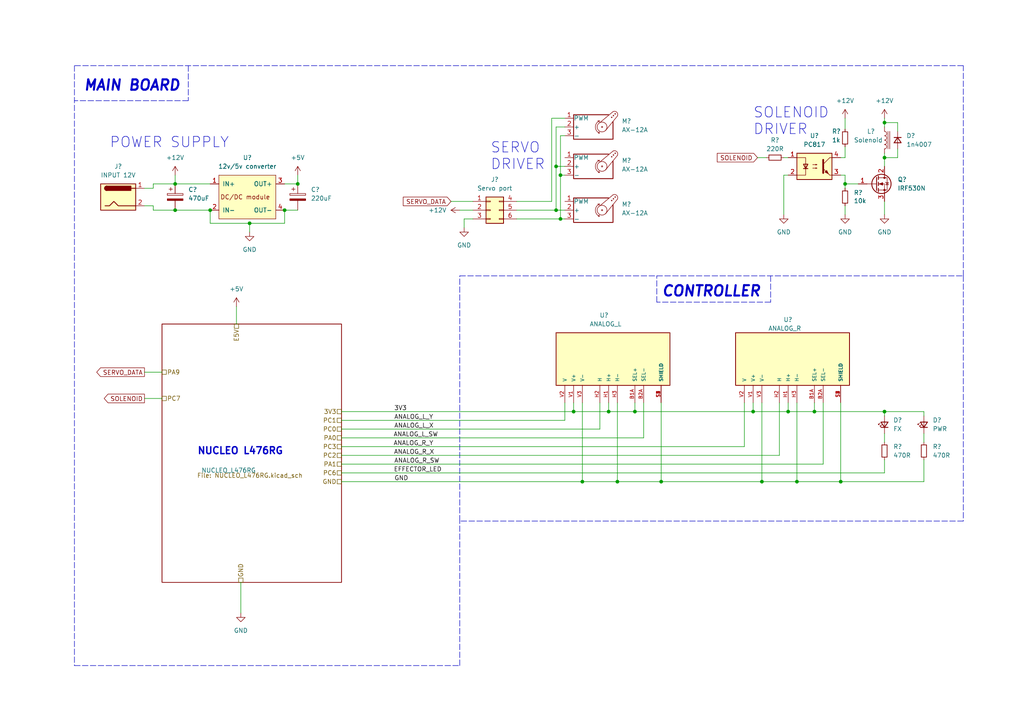
<source format=kicad_sch>
(kicad_sch (version 20211123) (generator eeschema)
  (paper "A4")
  (lib_symbols
    (symbol "ANALOG:COM-09032" (pin_names (offset 1.016))
      (property "Reference" "U" (at -7.62 16.002 0))
      (property "Value" "COM-09032" (at -7.62 -20.32 0))
      (symbol "COM-09032_0_0"
        (rectangle (start -7.62 -17.78) (end 7.62 15.24) (stroke (width 0.254)) (fill (type background)))
        (pin passive line (at -12.7 -7.62 0) (length 5.08) (name "SEL+") (number "B1A"))
        (pin passive line (at -12.7 -10.16 0) (length 5.08) (name "SEL-") (number "B2A"))
        (pin passive line (at -12.7 0 0) (length 5.08) (name "H+") (number "H1"))
        (pin passive line (at -12.7 2.54 0) (length 5.08) (name "H") (number "H2"))
        (pin passive line (at -12.7 -2.54 0) (length 5.08) (name "H-") (number "H3"))
        (pin passive line (at -12.7 -15.24 0) (length 5.08) (name "SHIELD") (number "S1"))
        (pin passive line (at -12.7 -15.24 0) (length 5.08) (name "SHIELD") (number "S2"))
        (pin passive line (at -12.7 -15.24 0) (length 5.08) (name "SHIELD") (number "S3"))
        (pin passive line (at -12.7 -15.24 0) (length 5.08) (name "SHIELD") (number "S4"))
        (pin passive line (at -12.7 10.16 0) (length 5.08) (name "V+") (number "V1"))
        (pin passive line (at -12.7 12.7 0) (length 5.08) (name "V") (number "V2"))
        (pin passive line (at -12.7 7.62 0) (length 5.08) (name "V-") (number "V3"))
      )
    )
    (symbol "Connector:Jack-DC" (pin_names (offset 1.016))
      (property "Reference" "J" (at 0 5.334 0))
      (property "Value" "Jack-DC" (at 0 -5.08 0))
      (symbol "Jack-DC_0_1"
        (rectangle (start -5.08 3.81) (end 5.08 -3.81) (stroke (width 0.254)) (fill (type background)))
        (arc (start -3.302 3.175) (mid -3.937 2.54) (end -3.302 1.905) (stroke (width 0.254)))
        (arc (start -3.302 3.175) (mid -3.937 2.54) (end -3.302 1.905) (stroke (width 0.254)) (fill (type outline)))
        (polyline (pts (xy 5.08 2.54) (xy 3.81 2.54)) (stroke (width 0.254)))
        (polyline (pts (xy -3.81 -2.54) (xy -2.54 -2.54) (xy -1.27 -1.27) (xy 0 -2.54) (xy 2.54 -2.54) (xy 5.08 -2.54)) (stroke (width 0.254)))
        (rectangle (start 3.683 3.175) (end -3.302 1.905) (stroke (width 0.254)) (fill (type outline)))
      )
      (symbol "Jack-DC_1_1"
        (pin passive line (at 7.62 2.54 180) (length 2.54) (name "~") (number "1"))
        (pin passive line (at 7.62 -2.54 180) (length 2.54) (name "~") (number "2"))
      )
    )
    (symbol "Connector_Generic:Conn_02x03_Top_Bottom" (pin_names (offset 1.016) hide)
      (property "Reference" "J" (at 1.27 5.08 0))
      (property "Value" "Conn_02x03_Top_Bottom" (at 1.27 -5.08 0))
      (symbol "Conn_02x03_Top_Bottom_1_1"
        (rectangle (start -1.27 -2.413) (end 0 -2.667) (stroke (width 0.1524)))
        (rectangle (start -1.27 0.127) (end 0 -0.127) (stroke (width 0.1524)))
        (rectangle (start -1.27 2.667) (end 0 2.413) (stroke (width 0.1524)))
        (rectangle (start -1.27 3.81) (end 3.81 -3.81) (stroke (width 0.254)) (fill (type background)))
        (rectangle (start 3.81 -2.413) (end 2.54 -2.667) (stroke (width 0.1524)))
        (rectangle (start 3.81 0.127) (end 2.54 -0.127) (stroke (width 0.1524)))
        (rectangle (start 3.81 2.667) (end 2.54 2.413) (stroke (width 0.1524)))
        (pin passive line (at -5.08 2.54 0) (length 3.81) (name "Pin_1") (number "1"))
        (pin passive line (at -5.08 0 0) (length 3.81) (name "Pin_2") (number "2"))
        (pin passive line (at -5.08 -2.54 0) (length 3.81) (name "Pin_3") (number "3"))
        (pin passive line (at 7.62 2.54 180) (length 3.81) (name "Pin_4") (number "4"))
        (pin passive line (at 7.62 0 180) (length 3.81) (name "Pin_5") (number "5"))
        (pin passive line (at 7.62 -2.54 180) (length 3.81) (name "Pin_6") (number "6"))
      )
    )
    (symbol "DC-DC:DC-DC_module" (pin_names (offset 1.016))
      (property "Reference" "U" (at -7.62 17.78 0))
      (property "Value" "DC-DC_module" (at -7.62 15.24 0))
      (symbol "DC-DC_module_0_0"
        (text "DC/DC module" (at -8.89 6.35 0) (effects (font (size 1.27 1.27))))
      )
      (symbol "DC-DC_module_0_1"
        (rectangle (start 0 0) (end -16.51 12.7) (fill (type background)))
      )
      (symbol "DC-DC_module_1_1"
        (pin input line (at -19.05 10.16 0) (length 2.54) (name "IN+") (number "1"))
        (pin input line (at -19.05 2.54 0) (length 2.54) (name "IN-") (number "2"))
        (pin input line (at 2.54 10.16 180) (length 2.54) (name "OUT+") (number "3"))
        (pin input line (at 2.54 2.54 180) (length 2.54) (name "OUT-") (number "4"))
      )
    )
    (symbol "Device:C_Polarized" (pin_numbers hide) (pin_names (offset 0.254))
      (property "Reference" "C" (at 0.635 2.54 0))
      (property "Value" "C_Polarized" (at 0.635 -2.54 0))
      (symbol "C_Polarized_0_1"
        (rectangle (start -2.286 0.508) (end 2.286 1.016))
        (polyline (pts (xy -1.778 2.286) (xy -0.762 2.286)))
        (polyline (pts (xy -1.27 2.794) (xy -1.27 1.778)))
        (rectangle (start 2.286 -0.508) (end -2.286 -1.016) (fill (type outline)))
      )
      (symbol "C_Polarized_1_1"
        (pin passive line (at 0 3.81 270) (length 2.794) (name "~") (number "1"))
        (pin passive line (at 0 -3.81 90) (length 2.794) (name "~") (number "2"))
      )
    )
    (symbol "Device:D_Small" (pin_numbers hide) (pin_names (offset 0.254) hide)
      (property "Reference" "D" (at -1.27 2.032 0))
      (property "Value" "D_Small" (at -3.81 -2.032 0))
      (symbol "D_Small_0_1"
        (polyline (pts (xy -0.762 -1.016) (xy -0.762 1.016)) (stroke (width 0.254)))
        (polyline (pts (xy -0.762 0) (xy 0.762 0)))
        (polyline (pts (xy 0.762 -1.016) (xy -0.762 0) (xy 0.762 1.016) (xy 0.762 -1.016)) (stroke (width 0.254)))
      )
      (symbol "D_Small_1_1"
        (pin passive line (at -2.54 0 0) (length 1.778) (name "K") (number "1"))
        (pin passive line (at 2.54 0 180) (length 1.778) (name "A") (number "2"))
      )
    )
    (symbol "Device:LED_Small" (pin_numbers hide) (pin_names (offset 0.254) hide)
      (property "Reference" "D" (at -1.27 3.175 0))
      (property "Value" "LED_Small" (at -4.445 -2.54 0))
      (symbol "LED_Small_0_1"
        (polyline (pts (xy -0.762 -1.016) (xy -0.762 1.016)) (stroke (width 0.254)))
        (polyline (pts (xy 1.016 0) (xy -0.762 0)))
        (polyline (pts (xy 0.762 -1.016) (xy -0.762 0) (xy 0.762 1.016) (xy 0.762 -1.016)) (stroke (width 0.254)))
        (polyline (pts (xy 0 0.762) (xy -0.508 1.27) (xy -0.254 1.27) (xy -0.508 1.27) (xy -0.508 1.016)))
        (polyline (pts (xy 0.508 1.27) (xy 0 1.778) (xy 0.254 1.778) (xy 0 1.778) (xy 0 1.524)))
      )
      (symbol "LED_Small_1_1"
        (pin passive line (at -2.54 0 0) (length 1.778) (name "K") (number "1"))
        (pin passive line (at 2.54 0 180) (length 1.778) (name "A") (number "2"))
      )
    )
    (symbol "Device:L_Iron" (pin_numbers hide) (pin_names (offset 1.016) hide)
      (property "Reference" "L" (at -1.27 0 90))
      (property "Value" "L_Iron" (at 2.794 0 90))
      (symbol "L_Iron_0_1"
        (arc (start 0 -2.54) (mid 0.635 -1.905) (end 0 -1.27))
        (arc (start 0 -1.27) (mid 0.635 -0.635) (end 0 0))
        (polyline (pts (xy 1.016 2.54) (xy 1.016 -2.54)))
        (polyline (pts (xy 1.524 -2.54) (xy 1.524 2.54)))
        (arc (start 0 0) (mid 0.635 0.635) (end 0 1.27))
        (arc (start 0 1.27) (mid 0.635 1.905) (end 0 2.54))
      )
      (symbol "L_Iron_1_1"
        (pin passive line (at 0 3.81 270) (length 1.27) (name "1") (number "1"))
        (pin passive line (at 0 -3.81 90) (length 1.27) (name "2") (number "2"))
      )
    )
    (symbol "Device:R_Small" (pin_numbers hide) (pin_names (offset 0.254) hide)
      (property "Reference" "R" (at 0.762 0.508 0))
      (property "Value" "R_Small" (at 0.762 -1.016 0))
      (symbol "R_Small_0_1"
        (rectangle (start -0.762 1.778) (end 0.762 -1.778) (stroke (width 0.2032)))
      )
      (symbol "R_Small_1_1"
        (pin passive line (at 0 2.54 270) (length 0.762) (name "~") (number "1"))
        (pin passive line (at 0 -2.54 90) (length 0.762) (name "~") (number "2"))
      )
    )
    (symbol "Isolator:PC817" (pin_names (offset 1.016))
      (property "Reference" "U" (at -5.08 5.08 0))
      (property "Value" "PC817" (at 0 5.08 0))
      (symbol "PC817_0_1"
        (rectangle (start -5.08 3.81) (end 5.08 -3.81) (stroke (width 0.254)) (fill (type background)))
        (polyline (pts (xy -3.175 -0.635) (xy -1.905 -0.635)) (stroke (width 0.254)))
        (polyline (pts (xy 2.54 0.635) (xy 4.445 2.54)))
        (polyline (pts (xy 4.445 -2.54) (xy 2.54 -0.635)) (fill (type outline)))
        (polyline (pts (xy 4.445 -2.54) (xy 5.08 -2.54)))
        (polyline (pts (xy 4.445 2.54) (xy 5.08 2.54)))
        (polyline (pts (xy -5.08 2.54) (xy -2.54 2.54) (xy -2.54 -0.635)))
        (polyline (pts (xy -2.54 -0.635) (xy -2.54 -2.54) (xy -5.08 -2.54)))
        (polyline (pts (xy 2.54 1.905) (xy 2.54 -1.905) (xy 2.54 -1.905)) (stroke (width 0.508)))
        (polyline (pts (xy -2.54 -0.635) (xy -3.175 0.635) (xy -1.905 0.635) (xy -2.54 -0.635)) (stroke (width 0.254)))
        (polyline (pts (xy -0.508 -0.508) (xy 0.762 -0.508) (xy 0.381 -0.635) (xy 0.381 -0.381) (xy 0.762 -0.508)))
        (polyline (pts (xy -0.508 0.508) (xy 0.762 0.508) (xy 0.381 0.381) (xy 0.381 0.635) (xy 0.762 0.508)))
        (polyline (pts (xy 3.048 -1.651) (xy 3.556 -1.143) (xy 4.064 -2.159) (xy 3.048 -1.651) (xy 3.048 -1.651)) (fill (type outline)))
      )
      (symbol "PC817_1_1"
        (pin passive line (at -7.62 2.54 0) (length 2.54) (name "~") (number "1"))
        (pin passive line (at -7.62 -2.54 0) (length 2.54) (name "~") (number "2"))
        (pin passive line (at 7.62 -2.54 180) (length 2.54) (name "~") (number "3"))
        (pin passive line (at 7.62 2.54 180) (length 2.54) (name "~") (number "4"))
      )
    )
    (symbol "Motor:Motor_Servo" (pin_names (offset 0.0254))
      (property "Reference" "M" (at -5.08 4.445 0))
      (property "Value" "Motor_Servo" (at -5.08 -4.064 0))
      (symbol "Motor_Servo_0_1"
        (polyline (pts (xy 2.413 -1.778) (xy 2.032 -1.778)))
        (polyline (pts (xy 2.413 -1.778) (xy 2.286 -1.397)))
        (polyline (pts (xy 2.413 1.778) (xy 1.905 1.778)))
        (polyline (pts (xy 2.413 1.778) (xy 2.286 1.397)))
        (polyline (pts (xy 6.35 4.445) (xy 2.54 1.27)))
        (polyline (pts (xy 7.62 3.175) (xy 4.191 -1.016)))
        (polyline (pts (xy 5.08 3.556) (xy -5.08 3.556) (xy -5.08 -3.556) (xy 6.35 -3.556) (xy 6.35 1.524)) (stroke (width 0.254)))
        (arc (start 2.413 1.778) (mid 1.2406 0) (end 2.413 -1.778))
        (circle (center 3.175 0) (radius 0.1778))
        (circle (center 3.175 0) (radius 1.4224))
        (circle (center 5.969 2.794) (radius 0.127))
        (circle (center 6.477 3.302) (radius 0.127))
        (circle (center 6.985 3.81) (radius 0.127))
        (arc (start 7.62 3.175) (mid 7.4485 4.2735) (end 6.35 4.445))
      )
      (symbol "Motor_Servo_1_1"
        (pin passive line (at -7.62 2.54 0) (length 2.54) (name "PWM") (number "1"))
        (pin passive line (at -7.62 0 0) (length 2.54) (name "+") (number "2"))
        (pin passive line (at -7.62 -2.54 0) (length 2.54) (name "-") (number "3"))
      )
    )
    (symbol "Transistor_FET:IRF540N" (pin_names hide)
      (property "Reference" "Q" (at 6.35 1.905 0))
      (property "Value" "IRF540N" (at 6.35 0 0))
      (symbol "IRF540N_0_1"
        (polyline (pts (xy 0.254 0) (xy -2.54 0)))
        (polyline (pts (xy 0.254 1.905) (xy 0.254 -1.905)) (stroke (width 0.254)))
        (polyline (pts (xy 0.762 -1.27) (xy 0.762 -2.286)) (stroke (width 0.254)))
        (polyline (pts (xy 0.762 0.508) (xy 0.762 -0.508)) (stroke (width 0.254)))
        (polyline (pts (xy 0.762 2.286) (xy 0.762 1.27)) (stroke (width 0.254)))
        (polyline (pts (xy 2.54 2.54) (xy 2.54 1.778)))
        (polyline (pts (xy 2.54 -2.54) (xy 2.54 0) (xy 0.762 0)))
        (polyline (pts (xy 0.762 -1.778) (xy 3.302 -1.778) (xy 3.302 1.778) (xy 0.762 1.778)))
        (polyline (pts (xy 1.016 0) (xy 2.032 0.381) (xy 2.032 -0.381) (xy 1.016 0)) (fill (type outline)))
        (polyline (pts (xy 2.794 0.508) (xy 2.921 0.381) (xy 3.683 0.381) (xy 3.81 0.254)))
        (polyline (pts (xy 3.302 0.381) (xy 2.921 -0.254) (xy 3.683 -0.254) (xy 3.302 0.381)))
        (circle (center 1.651 0) (radius 2.794) (stroke (width 0.254)))
        (circle (center 2.54 -1.778) (radius 0.254) (fill (type outline)))
        (circle (center 2.54 1.778) (radius 0.254) (fill (type outline)))
      )
      (symbol "IRF540N_1_1"
        (pin input line (at -5.08 0 0) (length 2.54) (name "G") (number "1"))
        (pin passive line (at 2.54 5.08 270) (length 2.54) (name "D") (number "2"))
        (pin passive line (at 2.54 -5.08 90) (length 2.54) (name "S") (number "3"))
      )
    )
    (symbol "power:+12V" (power) (pin_names (offset 0))
      (property "Value" "+12V" (at 0 3.556 0))
      (symbol "+12V_0_1"
        (polyline (pts (xy -0.762 1.27) (xy 0 2.54)))
        (polyline (pts (xy 0 0) (xy 0 2.54)))
        (polyline (pts (xy 0 2.54) (xy 0.762 1.27)))
      )
      (symbol "+12V_1_1"
        (pin power_in line (at 0 0 90) (length 0) hide (name "+12V") (number "1"))
      )
    )
    (symbol "power:+5V" (power) (pin_names (offset 0))
      (property "Value" "+5V" (at 0 3.556 0))
      (symbol "+5V_0_1"
        (polyline (pts (xy -0.762 1.27) (xy 0 2.54)))
        (polyline (pts (xy 0 0) (xy 0 2.54)))
        (polyline (pts (xy 0 2.54) (xy 0.762 1.27)))
      )
      (symbol "+5V_1_1"
        (pin power_in line (at 0 0 90) (length 0) hide (name "+5V") (number "1"))
      )
    )
    (symbol "power:GND" (power) (pin_names (offset 0))
      (property "Value" "GND" (at 0 -3.81 0))
      (symbol "GND_0_1"
        (polyline (pts (xy 0 0) (xy 0 -1.27) (xy 1.27 -1.27) (xy 0 -2.54) (xy -1.27 -1.27) (xy 0 -1.27)))
      )
      (symbol "GND_1_1"
        (pin power_in line (at 0 0 270) (length 0) hide (name "GND") (number "1"))
      )
    )
  )
  (junction (at 162.56 50.8))
  (junction (at 245.11 53.34))
  (junction (at 72.39 64.77))
  (junction (at 256.54 35.56))
  (junction (at 184.15 119.38))
  (junction (at 256.54 119.38))
  (junction (at 218.44 119.38))
  (junction (at 166.37 119.38))
  (junction (at 176.53 119.38))
  (junction (at 236.22 119.38))
  (junction (at 231.14 139.7))
  (junction (at 161.29 48.26))
  (junction (at 50.8 53.34))
  (junction (at 191.77 139.7))
  (junction (at 168.91 139.7))
  (junction (at 161.29 60.96))
  (junction (at 179.07 139.7))
  (junction (at 82.55 60.96))
  (junction (at 86.36 53.34))
  (junction (at 60.96 60.96))
  (junction (at 243.84 139.7))
  (junction (at 256.54 45.72))
  (junction (at 228.6 119.38))
  (junction (at 220.98 139.7))
  (junction (at 50.8 60.96))
  (junction (at 162.56 63.5))
  (wire (pts (xy 256.54 35.56) (xy 260.35 35.56)))
  (wire (pts (xy 186.69 116.84) (xy 186.69 127)))
  (wire (pts (xy 149.86 60.96) (xy 161.29 60.96)))
  (wire (pts (xy 218.44 119.38) (xy 228.6 119.38)))
  (polyline (pts (xy 279.4 151.13) (xy 133.35 151.13)))
  (wire (pts (xy 99.06 129.54) (xy 215.9 129.54)))
  (wire (pts (xy 130.81 58.42) (xy 137.16 58.42)))
  (polyline (pts (xy 133.35 193.04) (xy 133.35 151.13)))
  (wire (pts (xy 256.54 119.38) (xy 267.97 119.38)))
  (wire (pts (xy 99.06 132.08) (xy 226.06 132.08)))
  (wire (pts (xy 191.77 116.84) (xy 191.77 139.7)))
  (wire (pts (xy 99.06 137.16) (xy 256.54 137.16)))
  (wire (pts (xy 137.16 63.5) (xy 134.62 63.5)))
  (wire (pts (xy 260.35 45.72) (xy 256.54 45.72)))
  (wire (pts (xy 176.53 119.38) (xy 184.15 119.38)))
  (wire (pts (xy 267.97 133.35) (xy 267.97 139.7)))
  (wire (pts (xy 256.54 44.45) (xy 256.54 45.72)))
  (wire (pts (xy 243.84 116.84) (xy 243.84 139.7)))
  (wire (pts (xy 82.55 64.77) (xy 82.55 60.96)))
  (polyline (pts (xy 21.59 193.04) (xy 133.35 193.04)))
  (wire (pts (xy 99.06 119.38) (xy 166.37 119.38)))
  (wire (pts (xy 50.8 60.96) (xy 60.96 60.96)))
  (wire (pts (xy 162.56 63.5) (xy 163.83 63.5)))
  (wire (pts (xy 256.54 45.72) (xy 256.54 48.26)))
  (polyline (pts (xy 54.61 19.05) (xy 54.61 29.21)))
  (wire (pts (xy 260.35 38.1) (xy 260.35 35.56)))
  (wire (pts (xy 163.83 116.84) (xy 163.83 121.92)))
  (wire (pts (xy 82.55 53.34) (xy 86.36 53.34)))
  (wire (pts (xy 41.91 107.95) (xy 46.99 107.95)))
  (polyline (pts (xy 223.52 87.63) (xy 190.5 87.63)))
  (wire (pts (xy 99.06 134.62) (xy 238.76 134.62)))
  (wire (pts (xy 162.56 50.8) (xy 163.83 50.8)))
  (wire (pts (xy 184.15 116.84) (xy 184.15 119.38)))
  (wire (pts (xy 99.06 127) (xy 186.69 127)))
  (polyline (pts (xy 279.4 80.01) (xy 279.4 151.13)))
  (polyline (pts (xy 223.52 80.01) (xy 223.52 87.63)))
  (wire (pts (xy 215.9 116.84) (xy 215.9 129.54)))
  (wire (pts (xy 44.45 53.34) (xy 50.8 53.34)))
  (wire (pts (xy 44.45 60.96) (xy 50.8 60.96)))
  (wire (pts (xy 160.02 34.29) (xy 163.83 34.29)))
  (wire (pts (xy 160.02 58.42) (xy 160.02 34.29)))
  (wire (pts (xy 161.29 48.26) (xy 161.29 36.83)))
  (wire (pts (xy 60.96 64.77) (xy 72.39 64.77)))
  (wire (pts (xy 176.53 116.84) (xy 176.53 119.38)))
  (wire (pts (xy 41.91 59.69) (xy 44.45 59.69)))
  (wire (pts (xy 161.29 48.26) (xy 163.83 48.26)))
  (wire (pts (xy 69.85 168.91) (xy 69.85 177.8)))
  (polyline (pts (xy 279.4 19.05) (xy 21.59 19.05)))
  (wire (pts (xy 149.86 58.42) (xy 160.02 58.42)))
  (wire (pts (xy 260.35 43.18) (xy 260.35 45.72)))
  (wire (pts (xy 243.84 50.8) (xy 245.11 50.8)))
  (wire (pts (xy 161.29 60.96) (xy 161.29 48.26)))
  (wire (pts (xy 161.29 60.96) (xy 163.83 60.96)))
  (wire (pts (xy 228.6 119.38) (xy 228.6 116.84)))
  (wire (pts (xy 72.39 64.77) (xy 82.55 64.77)))
  (wire (pts (xy 162.56 63.5) (xy 162.56 50.8)))
  (wire (pts (xy 44.45 53.34) (xy 44.45 54.61)))
  (wire (pts (xy 245.11 34.29) (xy 245.11 37.465)))
  (wire (pts (xy 256.54 133.35) (xy 256.54 137.16)))
  (wire (pts (xy 162.56 39.37) (xy 163.83 39.37)))
  (polyline (pts (xy 190.5 87.63) (xy 190.5 80.01)))
  (wire (pts (xy 72.39 64.77) (xy 72.39 67.31)))
  (wire (pts (xy 44.45 59.69) (xy 44.45 60.96)))
  (wire (pts (xy 226.06 116.84) (xy 226.06 132.08)))
  (wire (pts (xy 162.56 50.8) (xy 162.56 39.37)))
  (wire (pts (xy 44.45 54.61) (xy 41.91 54.61)))
  (wire (pts (xy 243.84 45.72) (xy 245.11 45.72)))
  (wire (pts (xy 231.14 139.7) (xy 243.84 139.7)))
  (wire (pts (xy 82.55 60.96) (xy 86.36 60.96)))
  (wire (pts (xy 99.06 124.46) (xy 173.99 124.46)))
  (wire (pts (xy 245.11 59.69) (xy 245.11 62.23)))
  (wire (pts (xy 166.37 116.84) (xy 166.37 119.38)))
  (wire (pts (xy 50.8 53.34) (xy 60.96 53.34)))
  (wire (pts (xy 168.91 116.84) (xy 168.91 139.7)))
  (wire (pts (xy 50.8 50.8) (xy 50.8 53.34)))
  (polyline (pts (xy 21.59 19.05) (xy 21.59 193.04)))
  (wire (pts (xy 256.54 34.29) (xy 256.54 35.56)))
  (wire (pts (xy 267.97 120.65) (xy 267.97 119.38)))
  (wire (pts (xy 245.11 53.34) (xy 245.11 54.61)))
  (wire (pts (xy 238.76 116.84) (xy 238.76 134.62)))
  (wire (pts (xy 227.33 45.72) (xy 228.6 45.72)))
  (wire (pts (xy 86.36 50.8) (xy 86.36 53.34)))
  (wire (pts (xy 220.98 139.7) (xy 231.14 139.7)))
  (wire (pts (xy 173.99 116.84) (xy 173.99 124.46)))
  (wire (pts (xy 236.22 119.38) (xy 256.54 119.38)))
  (wire (pts (xy 219.71 45.72) (xy 222.25 45.72)))
  (wire (pts (xy 227.33 50.8) (xy 228.6 50.8)))
  (wire (pts (xy 267.97 125.73) (xy 267.97 128.27)))
  (wire (pts (xy 60.96 60.96) (xy 60.96 64.77)))
  (wire (pts (xy 161.29 36.83) (xy 163.83 36.83)))
  (wire (pts (xy 191.77 139.7) (xy 220.98 139.7)))
  (wire (pts (xy 256.54 120.65) (xy 256.54 119.38)))
  (wire (pts (xy 166.37 119.38) (xy 176.53 119.38)))
  (polyline (pts (xy 54.61 29.21) (xy 21.59 29.21)))
  (wire (pts (xy 256.54 125.73) (xy 256.54 128.27)))
  (wire (pts (xy 227.33 50.8) (xy 227.33 62.23)))
  (wire (pts (xy 243.84 139.7) (xy 267.97 139.7)))
  (wire (pts (xy 245.11 53.34) (xy 248.92 53.34)))
  (wire (pts (xy 99.06 121.92) (xy 163.83 121.92)))
  (wire (pts (xy 236.22 119.38) (xy 228.6 119.38)))
  (wire (pts (xy 68.58 88.9) (xy 68.58 93.98)))
  (polyline (pts (xy 133.35 80.01) (xy 279.4 80.01)))
  (wire (pts (xy 184.15 119.38) (xy 218.44 119.38)))
  (wire (pts (xy 231.14 116.84) (xy 231.14 139.7)))
  (polyline (pts (xy 133.35 151.13) (xy 133.35 80.01)))
  (polyline (pts (xy 279.4 80.01) (xy 279.4 19.05)))
  (wire (pts (xy 99.06 139.7) (xy 168.91 139.7)))
  (wire (pts (xy 41.91 115.57) (xy 46.99 115.57)))
  (wire (pts (xy 245.11 50.8) (xy 245.11 53.34)))
  (wire (pts (xy 179.07 116.84) (xy 179.07 139.7)))
  (wire (pts (xy 245.11 45.72) (xy 245.11 42.545)))
  (wire (pts (xy 179.07 139.7) (xy 191.77 139.7)))
  (wire (pts (xy 256.54 35.56) (xy 256.54 36.83)))
  (wire (pts (xy 236.22 116.84) (xy 236.22 119.38)))
  (wire (pts (xy 149.86 63.5) (xy 162.56 63.5)))
  (wire (pts (xy 133.35 60.96) (xy 137.16 60.96)))
  (wire (pts (xy 168.91 139.7) (xy 179.07 139.7)))
  (wire (pts (xy 134.62 63.5) (xy 134.62 66.04)))
  (wire (pts (xy 256.54 58.42) (xy 256.54 62.23)))
  (wire (pts (xy 220.98 116.84) (xy 220.98 139.7)))
  (wire (pts (xy 218.44 119.38) (xy 218.44 116.84)))
  (text "SERVO\nDRIVER" (at 142.24 49.53 0) (effects (font (size 3 3)) (justify left bottom)))
  (text "POWER SUPPLY" (at 31.75 43.18 0) (effects (font (size 3 3)) (justify left bottom)))
  (text "CONTROLLER" (at 191.77 86.36 0) (effects (font (size 3 3) (thickness 0.6) bold italic) (justify left bottom)))
  (text "SOLENOID\nDRIVER" (at 218.44 39.37 0) (effects (font (size 3 3)) (justify left bottom)))
  (text "MAIN BOARD" (at 24.13 26.67 0) (effects (font (size 3 3) (thickness 0.6) bold italic) (justify left bottom)))
  (text "NUCLEO L476RG" (at 57.15 132.08 0) (effects (font (size 2 2) (thickness 0.4) bold) (justify left bottom)))
  (label "ANALOG_L_SW" (at 114.1082 127 0))
  (label "ANALOG_L_X" (at 114.3 124.46 0))
  (label "ANALOG_R_SW" (at 114.3 134.62 0))
  (label "EFFECTOR_LED" (at 114.1956 137.16 0))
  (label "GND" (at 114.3703 139.7 0))
  (label "ANALOG_L_Y" (at 114.3 121.92 0))
  (label "ANALOG_R_Y" (at 114.1082 129.54 0))
  (label "3V3" (at 114.3 119.38 0))
  (label "ANALOG_R_X" (at 114.2247 132.08 0))
  (global_label "SERVO_DATA" (shape input) (at 130.81 58.42 180) (property "Intersheet References" "${INTERSHEET_REFS}" (effects hide)))
  (global_label "SOLENOID" (shape input) (at 219.71 45.72 180) (property "Intersheet References" "${INTERSHEET_REFS}" (effects hide)))
  (global_label "SOLENOID" (shape output) (at 41.91 115.57 180) (property "Intersheet References" "${INTERSHEET_REFS}" (effects hide)))
  (global_label "SERVO_DATA" (shape output) (at 41.91 107.95 180) (property "Intersheet References" "${INTERSHEET_REFS}" (effects hide)))
  (hierarchical_label "PC3" (shape passive) (at 99.06 129.54 180))
  (hierarchical_label "PA1" (shape passive) (at 99.06 134.62 180))
  (hierarchical_label "PC1" (shape passive) (at 99.06 121.92 180))
  (hierarchical_label "PA9" (shape passive) (at 46.99 107.95 0))
  (hierarchical_label "E5V" (shape passive) (at 68.58 93.98 270))
  (hierarchical_label "PA0" (shape passive) (at 99.06 127 180))
  (hierarchical_label "PC0" (shape passive) (at 99.06 124.46 180))
  (hierarchical_label "PC2" (shape passive) (at 99.06 132.08 180))
  (hierarchical_label "GND" (shape passive) (at 99.06 139.7 180))
  (hierarchical_label "GND" (shape passive) (at 69.85 168.91 90))
  (hierarchical_label "PC6" (shape passive) (at 99.06 137.16 180))
  (hierarchical_label "3V3" (shape passive) (at 99.06 119.38 180))
  (hierarchical_label "PC7" (shape passive) (at 46.99 115.57 0))
  (symbol (lib_id "Device:R_Small") (at 267.97 130.81 0) (unit 1)
    (property "Reference" "R?" (at 270.51 129.5399 0) (effects (justify left)))
    (property "Value" "470R" (at 270.51 132.0799 0) (effects (justify left)))
  )
  (symbol (lib_id "Device:LED_Small") (at 256.54 123.19 90) (unit 1)
    (property "Reference" "D?" (at 259.08 121.8564 90) (effects (justify right)))
    (property "Value" "FX" (at 259.08 124.3964 90) (effects (justify right)))
  )
  (symbol (lib_id "power:+12V") (at 50.8 50.8 0) (unit 1)
    (property "Reference" "#PWR?" (effects hide))
    (property "Value" "+12V" (at 50.8 45.72 0))
  )
  (symbol (lib_id "power:+5V") (at 68.58 88.9 0) (unit 1)
    (property "Reference" "#PWR?" (effects hide))
    (property "Value" "+5V" (at 68.58 83.82 0))
  )
  (symbol (lib_id "Transistor_FET:IRF540N") (at 254 53.34 0) (unit 1)
    (property "Reference" "Q?" (at 260.35 52.0699 0) (effects (justify left)))
    (property "Value" "IRF530N" (at 260.35 54.6099 0) (effects (justify left)))
    (property "Footprint" "Package_TO_SOT_THT:TO-220-3_Vertical" (effects hide))
    (property "Datasheet" "http://www.irf.com/product-info/datasheets/data/irf540n.pdf" (effects hide))
  )
  (symbol (lib_id "Device:R_Small") (at 256.54 130.81 0) (unit 1)
    (property "Reference" "R?" (at 259.08 129.5399 0) (effects (justify left)))
    (property "Value" "470R" (at 259.08 132.0799 0) (effects (justify left)))
  )
  (symbol (lib_id "Device:D_Small") (at 260.35 40.64 270) (unit 1)
    (property "Reference" "D?" (at 262.89 39.3699 90) (effects (justify left)))
    (property "Value" "1n4007" (at 262.89 41.9099 90) (effects (justify left)))
  )
  (symbol (lib_id "Motor:Motor_Servo") (at 171.45 36.83 0) (unit 1)
    (property "Reference" "M?" (at 180.34 35.1265 0) (effects (justify left)))
    (property "Value" "AX-12A" (at 180.34 37.6665 0) (effects (justify left)))
    (property "Datasheet" "http://forums.parallax.com/uploads/attachments/46831/74481.png" (effects hide))
  )
  (symbol (lib_id "power:+12V") (at 245.11 34.29 0) (unit 1)
    (property "Reference" "#PWR?" (effects hide))
    (property "Value" "+12V" (at 245.11 29.21 0))
  )
  (symbol (lib_id "power:GND") (at 256.54 62.23 0) (unit 1)
    (property "Reference" "#PWR?" (effects hide))
    (property "Value" "GND" (at 256.54 67.31 0))
  )
  (symbol (lib_id "Device:R_Small") (at 224.79 45.72 90) (unit 1)
    (property "Reference" "R?" (at 224.79 40.64 90))
    (property "Value" "220R" (at 224.79 43.18 90))
  )
  (symbol (lib_id "power:+12V") (at 133.35 60.96 90) (unit 1)
    (property "Reference" "#PWR?" (effects hide))
    (property "Value" "+12V" (at 129.54 60.9599 90) (effects (justify left)))
  )
  (symbol (lib_id "power:+5V") (at 86.36 50.8 0) (unit 1)
    (property "Reference" "#PWR?" (effects hide))
    (property "Value" "+5V" (at 86.36 45.72 0))
  )
  (symbol (lib_id "Connector_Generic:Conn_02x03_Top_Bottom") (at 142.24 60.96 0) (unit 1)
    (property "Reference" "J?" (at 143.51 52.07 0))
    (property "Value" "Servo port" (at 143.51 54.61 0))
  )
  (symbol (lib_id "Motor:Motor_Servo") (at 171.45 48.26 0) (unit 1)
    (property "Reference" "M?" (at 180.34 46.5565 0) (effects (justify left)))
    (property "Value" "AX-12A" (at 180.34 49.0965 0) (effects (justify left)))
    (property "Datasheet" "http://forums.parallax.com/uploads/attachments/46831/74481.png" (effects hide))
  )
  (symbol (lib_id "power:GND") (at 245.11 62.23 0) (unit 1)
    (property "Reference" "#PWR?" (effects hide))
    (property "Value" "GND" (at 245.11 67.31 0))
  )
  (symbol (lib_id "DC-DC:DC-DC_module") (at 80.01 63.5 0) (unit 1)
    (property "Reference" "U?" (at 71.755 45.72 0))
    (property "Value" "12v/5v converter" (at 71.755 48.26 0))
  )
  (symbol (lib_id "Device:R_Small") (at 245.11 57.15 0) (unit 1)
    (property "Reference" "R?" (at 248.92 55.88 0))
    (property "Value" "10k" (at 249.456 58.2533 0))
  )
  (symbol (lib_id "ANALOG:COM-09032") (at 228.6 104.14 90) (unit 1)
    (property "Reference" "U?" (at 229.87 92.71 90) (effects (justify left)))
    (property "Value" "ANALOG_R" (at 232.41 95.25 90) (effects (justify left)))
    (property "Footprint" "XDCR_COM-09032" (effects hide))
    (property "PARTREV" "N/A" (effects hide))
    (property "MAXIMUM_PACKAGE_HEIGHT" "30.1mm" (effects hide))
    (property "STANDARD" "Manufacturer Recommendations" (effects hide))
    (property "MANUFACTURER" "SparkFun Electronics" (effects hide))
  )
  (symbol (lib_id "power:GND") (at 227.33 62.23 0) (unit 1)
    (property "Reference" "#PWR?" (effects hide))
    (property "Value" "GND" (at 227.33 67.31 0))
  )
  (symbol (lib_id "Device:LED_Small") (at 267.97 123.19 90) (unit 1)
    (property "Reference" "D?" (at 270.51 121.8564 90) (effects (justify right)))
    (property "Value" "PWR" (at 270.51 124.3964 90) (effects (justify right)))
  )
  (symbol (lib_id "power:GND") (at 69.85 177.8 0) (unit 1)
    (property "Reference" "#PWR?" (effects hide))
    (property "Value" "GND" (at 69.85 182.88 0))
  )
  (symbol (lib_id "power:+12V") (at 256.54 34.29 0) (unit 1)
    (property "Reference" "#PWR?" (effects hide))
    (property "Value" "+12V" (at 256.54 29.21 0))
  )
  (symbol (lib_id "Motor:Motor_Servo") (at 171.45 60.96 0) (unit 1)
    (property "Reference" "M?" (at 180.34 59.2565 0) (effects (justify left)))
    (property "Value" "AX-12A" (at 180.34 61.7965 0) (effects (justify left)))
    (property "Datasheet" "http://forums.parallax.com/uploads/attachments/46831/74481.png" (effects hide))
  )
  (symbol (lib_id "Connector:Jack-DC") (at 34.29 57.15 0) (unit 1)
    (property "Reference" "J?" (at 34.29 48.26 0))
    (property "Value" "INPUT 12V" (at 34.29 50.8 0))
  )
  (symbol (lib_id "Device:C_Polarized") (at 86.36 57.15 0) (unit 1)
    (property "Reference" "C?" (at 90.17 54.9909 0) (effects (justify left)))
    (property "Value" "220uF" (at 90.17 57.5309 0) (effects (justify left)))
  )
  (symbol (lib_id "Device:C_Polarized") (at 50.8 57.15 0) (unit 1)
    (property "Reference" "C?" (at 54.61 54.9909 0) (effects (justify left)))
    (property "Value" "470uF" (at 54.61 57.5309 0) (effects (justify left)))
  )
  (symbol (lib_id "Device:R_Small") (at 245.11 40.005 0) (unit 1)
    (property "Reference" "R?" (at 241.3 38.1 0) (effects (justify left)))
    (property "Value" "1k" (at 241.3 40.64 0) (effects (justify left)))
  )
  (symbol (lib_id "Device:L_Iron") (at 256.54 40.64 0) (unit 1)
    (property "Reference" "L?" (at 251.46 38.1 0) (effects (justify left)))
    (property "Value" "Solenoid" (at 247.65 40.64 0) (effects (justify left)))
  )
  (symbol (lib_id "ANALOG:COM-09032") (at 176.53 104.14 90) (unit 1)
    (property "Reference" "U?" (at 176.53 91.44 90) (effects (justify left)))
    (property "Value" "ANALOG_L" (at 180.34 93.98 90) (effects (justify left)))
    (property "Footprint" "XDCR_COM-09032" (effects hide))
    (property "PARTREV" "N/A" (effects hide))
    (property "MAXIMUM_PACKAGE_HEIGHT" "30.1mm" (effects hide))
    (property "STANDARD" "Manufacturer Recommendations" (effects hide))
    (property "MANUFACTURER" "SparkFun Electronics" (effects hide))
  )
  (symbol (lib_id "power:GND") (at 134.62 66.04 0) (unit 1)
    (property "Reference" "#PWR?" (effects hide))
    (property "Value" "GND" (at 134.62 71.12 0))
  )
  (symbol (lib_id "Isolator:PC817") (at 236.22 48.26 0) (unit 1)
    (property "Reference" "U?" (at 236.22 39.37 0))
    (property "Value" "PC817" (at 236.22 41.91 0))
    (property "Footprint" "Package_DIP:DIP-4_W7.62mm" (effects hide))
    (property "Datasheet" "http://www.soselectronic.cz/a_info/resource/d/pc817.pdf" (effects hide))
  )
  (symbol (lib_id "power:GND") (at 72.39 67.31 0) (unit 1)
    (property "Reference" "#PWR?" (effects hide))
    (property "Value" "GND" (at 72.39 72.39 0))
  )
  (sheet (at 46.99 93.98) (size 52.07 74.93) (stroke (width 0.1524))
    (property "Sheet name" "NUCLEO_L476RG" (at 58.42 137.16 0) (effects (justify left bottom)))
    (property "Sheet file" "NUCLEO_L476RG.kicad_sch" (at 57.15 137.16 0) (effects (justify left top)))
  )
)
</source>
